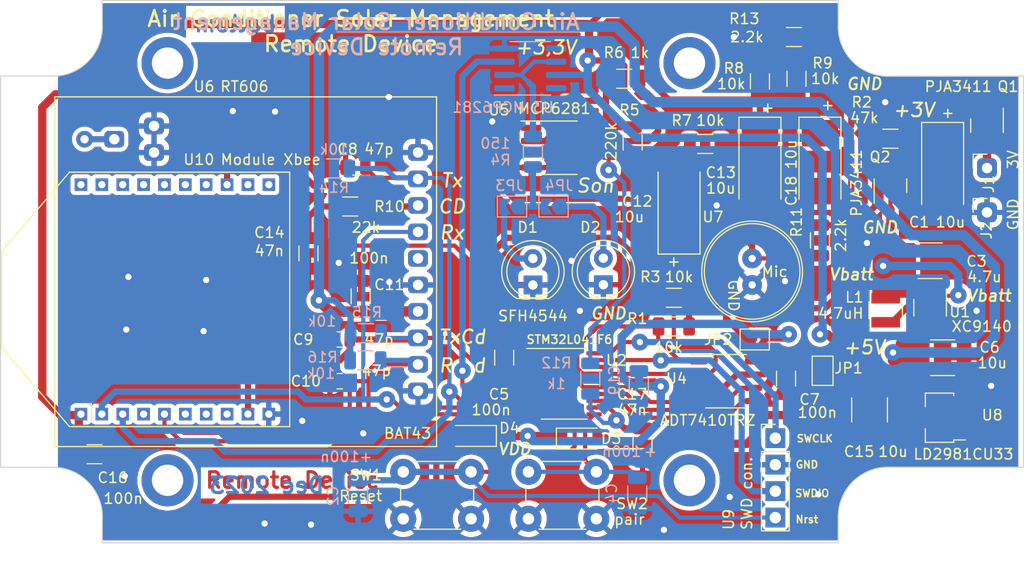
<source format=kicad_pcb>
(kicad_pcb (version 20221018) (generator pcbnew)
  (layers (0 "F.Cu" signal) (31 "B.Cu" signal) (34 "B.Paste" user) (35 "F.Paste" user) (36 "B.SilkS" user "B.Silkscreen") (37 "F.SilkS" user "F.Silkscreen") (38 "B.Mask" user) (39 "F.Mask" user) (44 "Edge.Cuts" user))
  (net 0 "")
  (net 1 "+3V0")
  (net 2 "GND")
  (net 3 "/Reset")
  (net 4 "/Vbatt")
  (net 5 "+5V")
  (net 6 "/UserBP")
  (net 7 "/DataIn")
  (net 8 "/TxCmde")
  (net 9 "/RxCmde")
  (net 10 "/MiC")
  (net 11 "/MIC_InAOP")
  (net 12 "/CarrierDetect")
  (net 13 "/VtGND")
  (net 14 "/LED_Top")
  (net 15 "/LED_Side")
  (net 16 "/SWCLK")
  (net 17 "/SWDIO")
  (net 18 "/LED")
  (net 19 "/Lx")
  (net 20 "/BoostEn")
  (net 21 "/Out_LED")
  (net 22 "/CR_AOP")
  (net 23 "/MicroPhone")
  (net 24 "/CD")
  (net 25 "/CT")
  (net 26 "/INT")
  (net 27 "/CmdeLED_IR")
  (net 28 "/DataOut")
  (net 29 "/SCL")
  (net 30 "/SDA")
  (net 38 "/Ant")
  (net 39 "/piles")
  (net 40 "VDD")
  (net 41 "/Pwr_ADT7410")
  (net 42 "+3V3")
  (net 43 "Net-(C18-Pad1)")
  (net 44 "/Son")
  (footprint "LibKiCad_PjtDeviceManagePV:SW" (layer "F.Cu") (at 64.75 110.5 180)
    (fp_text reference "SW1")
    (fp_text value "BP")
  )
  (footprint "Package_TO_SOT_SMD:SOT-23" (layer "F.Cu") (at 108.25 80.75 90)
    (fp_text reference "Q2")
    (fp_text value "PJA3411")
  )
  (footprint "Capacitor_Tantalum_SMD:CP_EIA-7132-20_AVX-U" (layer "F.Cu") (at 113.25 79 -90)
    (fp_text reference "C1")
    (fp_text value "10u")
  )
  (footprint "Jumper:SolderJumper-2_P1.3mm_Open_TrianglePad1.0x1.5mm" (layer "F.Cu") (at 95.25 95.5)
    (fp_text reference "JP2")
    (fp_text value "SolderJumper_2_Open")
  )
  (footprint "Jumper:SolderJumper-2_P1.3mm_Open_TrianglePad1.0x1.5mm" (layer "F.Cu") (at 101.75 98.5 -90)
    (fp_text reference "JP1")
    (fp_text value "SolderJumper_2_Open")
  )
  (footprint "LibKiCad_PjtDeviceManagePV:PinHeader1Pt" (layer "F.Cu") (at 117.5 79)
    (fp_text reference "J1")
    (fp_text value "pin")
  )
  (footprint "Capacitor_SMD:C_1206_3216Metric" (layer "F.Cu") (at 57.5 91.35 90)
    (fp_text reference "C11")
    (fp_text value "100n")
  )
  (footprint "Package_TO_SOT_SMD:SOT-23" (layer "F.Cu") (at 117.5 75 -90)
    (fp_text reference "Q1")
    (fp_text value "PJA3411")
  )
  (footprint "Resistor_SMD:R_1206_3216Metric" (layer "F.Cu") (at 99 66.5)
    (fp_text reference "R13")
    (fp_text value "2.2k")
  )
  (footprint "LibKiCad_INSA:XBEE-3-TH" (layer "F.Cu") (at 50.705 103.855 90)
    (fp_text reference "U10")
    (fp_text value "XBEE-3")
  )
  (footprint "Resistor_SMD:R_1206_3216Metric" (layer "F.Cu") (at 87.5 94.25 180)
    (fp_text reference "R1")
    (fp_text value "10k")
  )
  (footprint "Diode_SMD:D_SOD-123" (layer "F.Cu") (at 78.5 105)
    (fp_text reference "D3")
    (fp_text value "BAT43W-V")
  )
  (footprint "LED_THT:LED_D5.0mm_IRGrey" (layer "F.Cu") (at 80.75 90.25 90)
    (fp_text reference "D2")
    (fp_text value "SFH4544")
  )
  (footprint "Package_SO:SOIC-8_3.9x4.9mm_P1.27mm" (layer "F.Cu") (at 76.30125 77.115)
    (fp_text reference "U5")
    (fp_text value "MCP6281")
  )
  (footprint "Resistor_SMD:R_1206_3216Metric" (layer "F.Cu") (at 87.5 91.5 180)
    (fp_text reference "R3")
    (fp_text value "10k")
  )
  (footprint "Capacitor_SMD:C_1206_3216Metric" (layer "F.Cu") (at 71.25 97.25 90)
    (fp_text reference "C5")
    (fp_text value "100n")
  )
  (footprint "Capacitor_SMD:C_1206_3216Metric" (layer "F.Cu") (at 52.5 87.25 -90)
    (fp_text reference "C14")
    (fp_text value "47n")
  )
  (footprint "Inductor_SMD:L_Abracon_ASPI-3012S" (layer "F.Cu") (at 107.8 92.7 90)
    (fp_text reference "L1")
    (fp_text value "4.7u")
  )
  (footprint "Capacitor_SMD:C_1206_3216Metric" (layer "F.Cu") (at 84.5 105.5 -90)
    (fp_text reference "C17")
    (fp_text value "47n")
  )
  (footprint "Capacitor_SMD:C_0805_2012Metric" (layer "F.Cu") (at 55.5 95.5 180)
    (fp_text reference "C9")
    (fp_text value "47p")
  )
  (footprint "Capacitor_SMD:C_1206_3216Metric" (layer "F.Cu") (at 98.25 99.25 -90)
    (fp_text reference "C7")
    (fp_text value "100n")
  )
  (footprint "Capacitor_Tantalum_SMD:CP_EIA-7132-20_AVX-U" (layer "F.Cu") (at 101.5 78.5 -90)
    (fp_text reference "C18")
    (fp_text value "10u")
  )
  (footprint "LibKiCad_PjtDeviceManagePV:PinHeader1Pt" (layer "F.Cu") (at 117.5 83.25)
    (fp_text reference "J2")
    (fp_text value "pin")
  )
  (footprint "Package_SO:TSSOP-20_4.4x6.5mm_P0.65mm" (layer "F.Cu") (at 77 99.75)
    (fp_text reference "U2")
    (fp_text value "STM32L041F6Px")
  )
  (footprint "Capacitor_SMD:C_1812_4532Metric" (layer "F.Cu") (at 113.25 97.25)
    (fp_text reference "C6")
    (fp_text value "10u")
  )
  (footprint "Resistor_SMD:R_1206_3216Metric" (layer "F.Cu") (at 90.5 76.75)
    (fp_text reference "R7")
    (fp_text value "10k")
  )
  (footprint "Resistor_SMD:R_1206_3216Metric" (layer "F.Cu") (at 82.75 70.5 180)
    (fp_text reference "R6")
    (fp_text value "1k")
  )
  (footprint "Resistor_SMD:R_1206_3216Metric" (layer "F.Cu") (at 108.25 76.25 180)
    (fp_text reference "R2")
    (fp_text value "47k")
  )
  (footprint "Capacitor_SMD:C_0805_2012Metric" (layer "F.Cu") (at 57 79 180)
    (fp_text reference "C8")
    (fp_text value "47p")
  )
  (footprint "Resistor_SMD:R_1206_3216Metric" (layer "F.Cu") (at 83.55125 76.615 -90)
    (fp_text reference "R5")
    (fp_text value "220k")
  )
  (footprint "Package_SO:SOP-8_3.9x4.9mm_P1.27mm" (layer "F.Cu") (at 92.5 99.5)
    (fp_text reference "U4")
    (fp_text value "ADT7410TRZ")
  )
  (footprint "Capacitor_Tantalum_SMD:CP_EIA-7132-20_AVX-U" (layer "F.Cu") (at 88 83 90)
    (fp_text reference "C12")
    (fp_text value "10u")
  )
  (footprint "Diode_SMD:D_SOD-123" (layer "F.Cu") (at 68.25 104.75 180)
    (fp_text reference "D4")
    (fp_text value "BAT43W-V")
  )
  (footprint "Capacitor_SMD:C_1206_3216Metric" (layer "F.Cu") (at 32 106.5)
    (fp_text reference "C16")
    (fp_text value "100n")
  )
  (footprint "Resistor_SMD:R_1206_3216Metric" (layer "F.Cu") (at 99.25 70.5 90)
    (fp_text reference "R9")
    (fp_text value "10k")
  )
  (footprint "Capacitor_SMD:C_1812_4532Metric" (layer "F.Cu") (at 106.25 102.25 90)
    (fp_text reference "C15")
    (fp_text value "10u")
  )
  (footprint "Capacitor_Tantalum_SMD:CP_EIA-7132-20_AVX-U" (layer "F.Cu") (at 95.75 78.5 -90)
    (fp_text reference "C13")
    (fp_text value "10u")
  )
  (footprint "LED_THT:LED_D5.0mm_IRGrey" (layer "F.Cu") (at 74 90.275 90)
    (fp_text reference "D1")
    (fp_text value "SFH4544")
  )
  (footprint "LibKiCad_PjtDeviceManagePV:RT606" (layer "F.Cu") (at 47.5 89)
    (fp_text reference "U6")
    (fp_text value "RT606")
  )
  (footprint "LibKiCad_PjtDeviceManagePV:SW" (layer "F.Cu") (at 76.75 110.5 180)
    (fp_text reference "SW2")
    (fp_text value "BP")
  )
  (footprint "Capacitor_SMD:C_1812_4532Metric" (layer "F.Cu") (at 112.05 87.95)
    (fp_text reference "C3")
    (fp_text value "4.7u")
  )
  (footprint "Package_TO_SOT_SMD:SOT-23-5" (layer "F.Cu") (at 112.05 92.45 -90)
    (fp_text reference "U1")
    (fp_text value "XC9140")
  )
  (footprint "Capacitor_SMD:C_0805_2012Metric" (layer "F.Cu") (at 55.5 99.5 180)
    (fp_text reference "C10")
    (fp_text value "47p")
  )
  (footprint "Resistor_SMD:R_1206_3216Metric" (layer "F.Cu") (at 56.5 82.75)
    (fp_text reference "R10")
    (fp_text value "22k")
  )
  (footprint "Package_TO_SOT_SMD:SOT-89-3_Handsoldering" (layer "F.Cu") (at 113.25 103 180)
    (fp_text reference "U8")
    (fp_text value "LD2981CU33")
  )
  (footprint "Resistor_SMD:R_1206_3216Metric" (layer "F.Cu") (at 95.75 70.75 -90)
    (fp_text reference "R8")
    (fp_text value "10k")
  )
  (footprint "Resistor_SMD:R_1206_3216Metric" (layer "F.Cu") (at 101.5 86 -90)
    (fp_text reference "R11")
    (fp_text value "2.2k")
  )
  (footprint "LibKiCad_PjtDeviceManagePV:Microphone" (layer "F.Cu") (at 95 89 -90)
    (fp_text reference "U7")
    (fp_text value "Microphone")
  )
  (footprint "LibKiCad_PjtDeviceManagePV:PinHeader4pts" (layer "F.Cu") (at 97.5 107.75)
    (fp_text reference "U9")
    (fp_text value "Con_4pts")
  )
  (footprint "Jumper:SolderJumper-2_P1.3mm_Open_TrianglePad1.0x1.5mm" (layer "B.Cu") (at 72 82.75 180)
    (fp_text reference "JP3")
    (fp_text value "SolderJumper_2_Open")
  )
  (footprint "Resistor_SMD:R_1206_3216Metric" (layer "B.Cu") (at 79.5 99.25 -90)
    (fp_text reference "R12")
    (fp_text value "1k")
  )
  (footprint "Resistor_SMD:R_1206_3216Metric" (layer "B.Cu") (at 54.95 79.1)
    (fp_text reference "R14")
    (fp_text value "10k")
  )
  (footprint "Resistor_SMD:R_1206_3216Metric" (layer "B.Cu") (at 58 94.9)
    (fp_text reference "R15")
    (fp_text value "10k")
  )
  (footprint "Capacitor_SMD:C_1206_3216Metric" (layer "B.Cu") (at 84 110.25 -90)
    (fp_text reference "C4")
    (fp_text value "100n")
  )
  (footprint "Package_SO:SOIC-8_3.9x4.9mm_P1.27mm" (layer "B.Cu") (at 73.75 69.5)
    (fp_text reference "U3")
    (fp_text value "MCP6281")
  )
  (footprint "Capacitor_SMD:C_1206_3216Metric" (layer "B.Cu") (at 84.15 100 -90)
    (fp_text reference "C19")
    (fp_text value "100n")
  )
  (footprint "Jumper:SolderJumper-2_P1.3mm_Open_TrianglePad1.0x1.5mm" (layer "B.Cu") (at 75.975 82.75 180)
    (fp_text reference "JP4")
    (fp_text value "SolderJumper_2_Open")
  )
  (footprint "Resistor_SMD:R_1206_3216Metric" (layer "B.Cu") (at 74 77.5 90)
    (fp_text reference "R4")
    (fp_text value "150")
  )
  (footprint "Resistor_SMD:R_1206_3216Metric" (layer "B.Cu") (at 57.95 97.5)
    (fp_text reference "R16")
    (fp_text value "10k")
  )
  (footprint "Capacitor_SMD:C_1206_3216Metric" (layer "B.Cu") (at 57.25 110.5 -90)
    (fp_text reference "C2")
    (fp_text value "100n")
  )
  (gr_line (start 28 107.75) (end 23 107.75) (stroke (width 0.1)) (layer "Edge.Cuts"))
  (gr_line (start 103.25 112.5) (end 103.25 115) (stroke (width 0.1)) (layer "Edge.Cuts"))
  (gr_line (start 108 107.75) (end 121 107.75) (stroke (width 0.1)) (layer "Edge.Cuts"))
  (gr_line (start 32.75 63) (end 103.25 63) (stroke (width 0.1)) (layer "Edge.Cuts"))
  (gr_line (start 121 70.25) (end 121 107.75) (stroke (width 0.1)) (layer "Edge.Cuts"))
  (gr_line (start 32.75 65.5) (end 32.75 63) (stroke (width 0.1)) (layer "Edge.Cuts"))
  (gr_arc (start 103.25 112.5) (mid 104.641243 109.141243) (end 108 107.75) (stroke (width 0.1)) (layer "Edge.Cuts"))
  (gr_arc (start 28 107.75) (mid 31.358757 109.141243) (end 32.75 112.5) (stroke (width 0.1)) (layer "Edge.Cuts"))
  (gr_line (start 23 107.75) (end 23 70.25) (stroke (width 0.1)) (layer "Edge.Cuts"))
  (gr_line (start 32.75 112.5) (end 32.75 115) (stroke (width 0.1)) (layer "Edge.Cuts"))
  (gr_line (start 28 70.25) (end 23 70.25) (stroke (width 0.1)) (layer "Edge.Cuts"))
  (gr_line (start 103.256565 65.250346) (end 103.25 63) (stroke (width 0.1)) (layer "Edge.Cuts"))
  (gr_line (start 103.25 115) (end 32.75 115) (stroke (width 0.1)) (layer "Edge.Cuts"))
  (gr_arc (start 108 70.25) (mid 104.554107 68.7693) (end 103.256565 65.250346) (stroke (width 0.1)) (layer "Edge.Cuts"))
  (gr_line (start 108 70.25) (end 121 70.25) (stroke (width 0.1)) (layer "Edge.Cuts"))
  (gr_arc (start 32.75 65.5) (mid 31.358757 68.858757) (end 28 70.25) (stroke (width 0.1)) (layer "Edge.Cuts"))
  (gr_text "Top" (at 44.25 68) (layer "F.Cu") (effects (font (size 1.5 1.5) (thickness 0.3))))
  (gr_text "Remote Device" (at 51 109) (layer "F.Cu") (effects (font (size 1.5 1.5) (thickness 0.3))))
  (gr_text "bottom" (at 45.5 65.25) (layer "B.Cu") (effects (font (size 1.5 1.5) (thickness 0.3)) (justify mirror)))
  (gr_text "Dec 2023" (at 48.5 109.5) (layer "B.Cu") (effects (font (size 1.5 1.5) (thickness 0.3)) (justify mirror)))
  (gr_text "+" (at 85.25 106.25) (layer "B.SilkS") (effects (font (size 1 1)) (justify mirror)))
  (gr_text "100n" (at 55.5 106.75) (layer "B.SilkS") (effects (font (size 1 1)) (justify mirror)))
  (gr_text "100n" (at 82.5 106.25) (layer "B.SilkS") (effects (font (size 1 1)) (justify mirror)))
  (gr_text "+" (at 58 106.75) (layer "B.SilkS") (effects (font (size 1 1)) (justify mirror)))
  (gr_text "1k" (at 76.25 99.75) (layer "B.SilkS") (effects (font (size 1 1)) (justify mirror)))
  (gr_text "150" (at 70.4 76.7) (layer "B.SilkS") (effects (font (size 1 1)) (justify mirror)))
  (gr_text "MCP6281" (at 69.75 73.25) (layer "B.SilkS") (effects (font (size 1 1)) (justify mirror)))
  (gr_text "Air Conditioner Solar Management\nRemote Device" (at 59 66.25) (layer "B.SilkS") (effects (font (size 1.5 1.5) (thickness 0.25)) (justify mirror)))
  (gr_text "GND\n" (at 120 83.5 90) (layer "F.SilkS") (effects (font (size 1 1))))
  (gr_text "ADT7410TRZ" (at 90.75 103.25) (layer "F.SilkS") (effects (font (size 1 1))))
  (gr_text "47k" (at 105.75 74.25) (layer "F.SilkS") (effects (font (size 1 1))))
  (gr_text "10k" (at 91 74.5) (layer "F.SilkS") (effects (font (size 1 1))))
  (gr_text "Tx" (at 66.25 80.25) (layer "F.SilkS") (effects (font (size 1.3 1.3) (thickness 0.2) italic)))
  (gr_text "47p" (at 59.25 95.5) (layer "F.SilkS") (effects (font (size 1 1))))
  (gr_text "1k" (at 84.25 68) (layer "F.SilkS") (effects (font (size 1 1))))
  (gr_text "Air Conditioner Solar Management\nRemote Device" (at 56.55 65.95) (layer "F.SilkS") (effects (font (size 1.5 1.5) (thickness 0.25))))
  (gr_text "2.2k\n" (at 103.5 85.5 90) (layer "F.SilkS") (effects (font (size 1 1))))
  (gr_text "100n\n" (at 101.25 102.5) (layer "F.SilkS") (effects (font (size 1 1))))
  (gr_text "10k" (at 87 96.25) (layer "F.SilkS") (effects (font (size 1 1))))
  (gr_text "Reset" (at 57.5 110.5) (layer "F.SilkS") (effects (font (size 1 1))))
  (gr_text "+3,3V" (at 75.25 67.5) (layer "F.SilkS") (effects (font (size 1.3 1.3) (thickness 0.2) italic)))
  (gr_text "10k" (at 102 70.5) (layer "F.SilkS") (effects (font (size 1 1))))
  (gr_text "PJA3411" (at 105 80.5 90) (layer "F.SilkS") (effects (font (size 1 1))))
  (gr_text "MCP6281" (at 76.05125 73.365) (layer "F.SilkS") (effects (font (size 1 1))))
  (gr_text "GND" (at 81.25 93) (layer "F.SilkS") (effects (font (size 1.1 1.1) (thickness 0.2) italic)))
  (gr_text "LD2981CU33" (at 115.25 106.5) (layer "F.SilkS") (effects (font (size 1 1))))
  (gr_text "4.7u" (at 117.25 89.5) (layer "F.SilkS") (effects (font (size 1 1))))
  (gr_text "10u" (at 83.25 83.75) (layer "F.SilkS") (effects (font (size 1 1))))
  (gr_text "+" (at 102.25 73) (layer "F.SilkS") (effects (font (size 1 1))))
  (gr_text "R  d" (at 67.25 98) (layer "F.SilkS") (effects (font (size 1.3 1.3) (thickness 0.2) italic)))
  (gr_text "+" (at 87.5 88) (layer "F.SilkS") (effects (font (size 1 1))))
  (gr_text "47n" (at 83.5 102.25) (layer "F.SilkS") (effects (font (size 1 1))))
  (gr_text "SWCLK" (at 101 105) (layer "F.SilkS") (effects (font (size 0.7 0.7))))
  (gr_text "SFH4544" (at 74 93.25) (layer "F.SilkS") (effects (font (size 1 1))))
  (gr_text "22k" (at 58 84.75) (layer "F.SilkS") (effects (font (size 1 1))))
  (gr_text "10u" (at 118 97.75) (layer "F.SilkS") (effects (font (size 1 1))))
  (gr_text "Vbatt" (at 117.6995 91.3) (layer "F.SilkS") (effects (font (size 1.1 1.1) (thickness 0.2) italic)))
  (gr_text "SWDIO" (at 100.75 110.25) (layer "F.SilkS") (effects (font (size 0.7 0.7))))
  (gr_text "10u" (at 98.75 77.75 90) (layer "F.SilkS") (effects (font (size 1 1))))
  (gr_text "3V" (at 120 78.25 90) (layer "F.SilkS") (effects (font (size 1 1))))
  (gr_text "RT606 " (at 46.75 71.25) (layer "F.SilkS") (effects (font (size 1 1))))
  (gr_text "PJA3411" (at 114.75 71.25) (layer "F.SilkS") (effects (font (size 1 1))))
  (gr_text "47n" (at 48.75 87) (layer "F.SilkS") (effects (font (size 1 1))))
  (gr_text "10k" (at 93 71) (layer "F.SilkS") (effects (font (size 1 1))))
  (gr_text "220k" (at 81.5 76.5 90) (layer "F.SilkS") (effects (font (size 1 1))))
  (gr_text "2.2k\n" (at 94.5 66.5) (layer "F.SilkS") (effects (font (size 1 1))))
  (gr_text "Mic\n" (at 98.5 89) (layer "F.SilkS") (effects (font (size 1 1)) (justify right)))
  (gr_text "XC9140" (at 117 94.25) (layer "F.SilkS") (effects (font (size 1 1))))
  (gr_text "CD" (at 66.25 82.75) (layer "F.SilkS") (effects (font (size 1.3 1.3) (thickness 0.2) italic)))
  (gr_text "SWD con." (at 94.5 110.25 90) (layer "F.SilkS") (effects (font (size 1 1))))
  (gr_text "BAT43" (at 62 104.5) (layer "F.SilkS") (effects (font (size 1 1))))
  (gr_text "100n" (at 58.3 87.7) (layer "F.SilkS") (effects (font (size 1 1))))
  (gr_text "Son" (at 80 80.75) (layer "F.SilkS") (effects (font (size 1.3 1.3) (thickness 0.2) italic)))
  (gr_text "TxCd" (at 67.25 95.25) (layer "F.SilkS") (effects (font (size 1.3 1.3) (thickness 0.2) italic)))
  (gr_text "100n" (at 34.75 110.75) (layer "F.SilkS") (effects (font (size 1 1))))
  (gr_text "GND" (at 105.75 71) (layer "F.SilkS") (effects (font (size 1.1 1.1) (thickness 0.2) italic)))
  (gr_text "Vbatt" (at 104.5 89.25) (layer "F.SilkS") (effects (font (size 1.1 1.1) (thickness 0.2) italic)))
  (gr_text "Nrst" (at 100.25 112.75) (layer "F.SilkS") (effects (font (size 0.7 0.7))))
  (gr_text "+" (at 113.75 73.75) (layer "F.SilkS") (effects (font (size 1 1)) (justify mirror)))
  (gr_text "GND" (at 107.25 84.75) (layer "F.SilkS") (effects (font (size 1.1 1.1) (thickness 0.2) italic)))
  (gr_text "+5V" (at 105.75 96.25) (layer "F.SilkS") (effects (font (size 1.3 1.3) (thickness 0.2) italic)))
  (gr_text "VDD" (at 72.25 106) (layer "F.SilkS") (effects (font (size 1.1 1.1) (thickness 0.2) italic)))
  (gr_text "Rx" (at 66.25 85.25) (layer "F.SilkS") (effects (font (size 1.3 1.3) (thickness 0.2) italic)))
  (gr_text "100n" (at 70 102.25) (layer "F.SilkS") (effects (font (size 1 1))))
  (gr_text "10u" (at 108.5 106.25) (layer "F.SilkS") (effects (font (size 1 1))))
  (gr_text "10u" (at 114 84.25) (layer "F.SilkS") (effects (font (size 1 1))))
  (gr_text "+" (at 96.5 73.25) (layer "F.SilkS") (effects (font (size 1 1))))
  (gr_text "GND\n" (at 100.25 107.5) (layer "F.SilkS") (effects (font (size 0.7 0.7))))
  (gr_text "10u" (at 92 81) (layer "F.SilkS") (effects (font (size 1 1))))
  (gr_text "STM32L041F6" (at 77.5 95.5) (layer "F.SilkS") (effects (font (size 0.8 0.8))))
  (gr_text "47p" (at 59 98.5) (layer "F.SilkS") (effects (font (size 1 1))))
  (gr_text "+3V" (at 110.5 73.5) (layer "F.SilkS") (effects (font (size 1.3 1.3) (thickness 0.2) italic)))
  (gr_text "10k" (at 88 89.5) (layer "F.SilkS") (effects (font (size 1 1))))
  (gr_text "pair" (at 83.25 112.75) (layer "F.SilkS") (effects (font (size 1 1))))
  (gr_text " Module Xbee" (at 48.5 78.25) (layer "F.SilkS") (effects (font (size 1 1))))
  (gr_text "4.7uH" (at 103.5 93) (layer "F.SilkS") (effects (font (size 1 1))))
  (gr_text "47p" (at 59.25 77.25) (layer "F.SilkS") (effects (font (size 1 1))))
  (via locked (at 39 109) (size 5) (drill 3) (layers "F.Cu" "B.Cu") (net 0))
  (via locked (at 89 109) (size 5) (drill 3) (layers "F.Cu" "B.Cu") (net 0))
  (via locked (at 89 69) (size 5) (drill 3) (layers "F.Cu" "B.Cu") (net 0))
  (via locked (at 39 69) (size 5) (drill 3) (layers "F.Cu" "B.Cu") (net 0))
  (segment (start 116.55 74.0625) (end 116.55 71.7) (width 0.8) (layer "F.Cu") (net 1))
  (segment (start 80.4 105.25) (end 80.15 105) (width 0.6) (layer "F.Cu") (net 1))
  (segment (start 102 106) (end 102.75 106.75) (width 0.8) (layer "F.Cu") (net 1))
  (segment (start 118.5 106.75) (end 120 105.25) (width 0.8) (layer "F.Cu") (net 1))
  (segment (start 113.75 71.5) (end 113.25 72) (width 0.8) (layer "F.Cu") (net 1))
  (segment (start 116.55 71.7) (end 116.75 71.5) (width 0.8) (layer "F.Cu") (net 1))
  (segment (start 113.25 72) (end 113.25 76.025) (width 0.8) (layer "F.Cu") (net 1))
  (segment (start 120 105.25) (end 120 72.75) (width 0.8) (layer "F.Cu") (net 1))
  (segment (start 116.75 71.5) (end 113.75 71.5) (width 0.8) (layer "F.Cu") (net 1))
  (segment (start 100.75 102.75) (end 102 104) (width 0.8) (layer "F.Cu") (net 1))
  (segment (start 113.475 76.25) (end 109.7125 76.25) (width 1) (layer "F.Cu") (net 1))
  (segment (start 118.75 71.5) (end 116.75 71.5) (width 0.8) (layer "F.Cu") (net 1))
  (segment (start 109.7125 76.25) (end 109.7125 81.175) (width 0.8) (layer "F.Cu") (net 1))
  (segment (start 102.75 106.75) (end 118.5 106.75) (width 0.8) (layer "F.Cu") (net 1))
  (segment (start 109.7125 81.175) (end 109.2 81.6875) (width 0.6) (layer "F.Cu") (net 1))
  (segment (start 120 72.75) (end 118.75 71.5) (width 0.8) (layer "F.Cu") (net 1))
  (segment (start 95.25 103.5) (end 96 102.75) (width 0.8) (layer "F.Cu") (net 1))
  (segment (start 95.25 104.75) (end 95.25 103.5) (width 0.8) (layer "F.Cu") (net 1))
  (segment (start 94.5 105.5) (end 95.25 104.75) (width 0.8) (layer "F.Cu") (net 1))
  (segment (start 96 102.75) (end 100.75 102.75) (width 0.8) (layer "F.Cu") (net 1))
  (segment (start 81 105) (end 81.5 105.5) (width 0.8) (layer "F.Cu") (net 1))
  (segment (start 80.15 105) (end 81 105) (width 0.8) (layer "F.Cu") (net 1))
  (segment (start 102 104) (end 102 106) (width 0.8) (layer "F.Cu") (net 1))
  (segment (start 81.5 105.5) (end 94.5 105.5) (width 0.8) (layer "F.Cu") (net 1))
  (segment (start 89.875 100.135) (end 89.875 101.405) (width 0.4) (layer "F.Cu") (net 2))
  (segment (start 78.825 100.075) (end 79.8625 100.075) (width 0.4) (layer "F.Cu") (net 2))
  (segment (start 92.25 100.15) (end 89.99 100.15) (width 0.6) (layer "F.Cu") (net 2))
  (segment (start 106.25 96.5) (end 105.25 95.5) (width 0.6) (layer "F.Cu") (net 2))
  (segment (start 95.125 98.865) (end 93.635 98.865) (width 0.6) (layer "F.Cu") (net 2))
  (segment (start 71.975 90.275) (end 74 90.275) (width 0.6) (layer "F.Cu") (net 2))
  (segment (start 75.575 96.825) (end 78.825 100.075) (width 0.4) (layer "F.Cu") (net 2))
  (segment (start 105.25 95.5) (end 105.25 87) (width 0.6) (layer "F.Cu") (net 2))
  (segment (start 85.25 101.5) (end 89.78 101.5) (width 0.4) (layer "F.Cu") (net 2))
  (segment (start 83.825 100.075) (end 85.25 101.5) (width 0.4) (layer "F.Cu") (net 2))
  (segment (start 74.1375 96.1375) (end 73.75 95.75) (width 0.4) (layer "F.Cu") (net 2))
  (segment (start 93.535 98.865) (end 93.635 98.865) (width 0.6) (layer "F.Cu") (net 2))
  (segment (start 74.1375 96.825) (end 74.1375 96.1375) (width 0.4) (layer "F.Cu") (net 2))
  (segment (start 74.1375 96.825) (end 75.575 96.825) (width 0.4) (layer "F.Cu") (net 2))
  (segment (start 71.275 95.75) (end 71.25 95.775) (width 0.4) (layer "F.Cu") (net 2))
  (segment (start 71.25 91) (end 71.975 90.275) (width 0.6) (layer "F.Cu") (net 2))
  (segment (start 95.75 81.275) (end 101.5 81.275) (width 0.6) (layer "F.Cu") (net 2))
  (segment (start 89.78 101.5) (end 89.875 101.405) (width 0.4) (layer "F.Cu") (net 2))
  (segment (start 105.25 87) (end 106 86.25) (width 0.6) (layer "F.Cu") (net 2))
  (segment (start 112.05 88.7) (end 112.05 91.3125) (width 0.6) (layer "F.Cu") (net 2))
  (segment (start 106.25 100.2) (end 106.25 96.5) (width 0.6) (layer "F.Cu") (net 2))
  (segment (start 79.8625 100.075) (end 83.825 100.075) (width 0.4) (layer "F.Cu") (net 2))
  (segment (start 71.25 95.775) (end 71.25 91) (width 0.6) (layer "F.Cu") (net 2))
  (segment (start 114.1 87.95) (end 112.8 87.95) (width 0.6) (layer "F.Cu") (net 2))
  (segment (start 73.75 95.75) (end 71.275 95.75) (width 0.4) (layer "F.Cu") (net 2))
  (segment (start 92.25 100.15) (end 93.535 98.865) (width 0.6) (layer "F.Cu") (net 2))
  (segment (start 112.8 87.95) (end 112.05 88.7) (width 0.6) (layer "F.Cu") (net 2))
  (via (at 60.2 72.25) (size 1.6) (drill 0.6) (layers "F.Cu" "B.Cu") (net 2))
  (via (at 60.25 90) (size 1.6) (drill 0.6) (layers "F.Cu" "B.Cu") (net 2))
  (via (at 51.9 103.3) (size 1.6) (drill 0.6) (layers "F.Cu" "B.Cu") (net 2))
  (via (at 70.1 74.6) (size 1.6) (drill 0.6) (layers "F.Cu" "B.Cu") (net 2))
  (via (at 91.6 82.65) (size 1.6) (drill 0.6) (layers "F.Cu" "B.Cu") (net 2))
  (via (at 55.4 88.15) (size 1.6) (drill 0.6) (layers "F.Cu" "B.Cu") (net 2))
  (via (at 98.15 89.9) (size 1.6) (drill 0.6) (layers "F.Cu" "B.Cu") (net 2))
  (via (at 34.9 108.6) (size 1.6) (drill 0.6) (layers "F.Cu" "B.Cu") (net 2))
  (via (at 49.3 73.65) (size 1.6) (drill 0.6) (layers "F.Cu" "B.Cu") (net 2))
  (via (at 48.3 113.15) (size 1.6) (drill 0.6) (layers "F.Cu" "B.Cu") (net 2))
  (via (at 45.25 73.6) (size 1.6) (drill 0.6) (layers "F.Cu" "B.Cu") (net 2))
  (via (at 35.25 89.5) (size 1.6) (drill 0.6) (layers "F.Cu" "B.Cu") (net 2))
  (via (at 107.75 72.75) (size 1.6) (drill 0.6) (layers "F.Cu" "B.Cu") (net 2))
  (via (at 106 86.25) (size 1.6) (drill 0.6) (layers "F.Cu" "B.Cu") (net 2))
  (via (at 35.05 94.55) (size 1.6) (drill 0.6) (layers "F.Cu" "B.Cu") (net 2))
  (via (at 92.85 110.6) (size 1.6) (drill 0.6) (layers "F.Cu" "B.Cu") (net 2))
  (via (at 78.5 92.75) (size 1.6) (drill 0.6) (layers "F.Cu" "B.Cu") (net 2))
  (via (at 57.75 104.5) (size 1.6) (drill 0.6) (layers "F.Cu" "B.Cu") (net 2))
  (via (at 116.5 92.75) (size 1.6) (drill 0.6) (layers "F.Cu" "B.Cu") (net 2))
  (via (at 42.45 94.7) (size 1.6) (drill 0.6) (layers "F.Cu" "B.Cu") (net 2))
  (via (at 93.25 66.5) (size 1.6) (drill 0.6) (layers "F.Cu" "B.Cu") (net 2))
  (via (at 77.7 87.95) (size 1.6) (drill 0.6) (layers "F.Cu" "B.Cu") (net 2))
  (via (at 52.75 113.25) (size 1.6) (drill 0.6) (layers "F.Cu" "B.Cu") (net 2))
  (via (at 101.35 110.35) (size 1.6) (drill 0.6) (layers "F.Cu" "B.Cu") (net 2))
  (via (at 117.9 99.95) (size 1.6) (drill 0.6) (layers "F.Cu" "B.Cu") (net 2))
  (via (at 42.7 89.8) (size 1.6) (drill 0.6) (layers "F.Cu" "B.Cu") (net 2))
  (via (at 86.55 113.75) (size 1.6) (drill 0.6) (layers "F.Cu" "B.Cu") (net 2))
  (segment (start 76.025 98.775) (end 78 100.75) (width 0.4) (layer "F.Cu") (net 3))
  (segment (start 70.06 108.19) (end 68.076 108.19) (width 0.4) (layer "F.Cu") (net 3))
  (segment (start 78 100.75) (end 78 105.75) (width 0.4) (layer "F.Cu") (net 3))
  (segment (start 78 105.75) (end 77.5 106.25) (width 0.4) (layer "F.Cu") (net 3))
  (segment (start 74.1375 98.775) (end 76.025 98.775) (width 0.4) (layer "F.Cu") (net 3))
  (segment (start 77.5 106.25) (end 72 106.25) (width 0.4) (layer "F.Cu") (net 3))
  (segment (start 72 106.25) (end 70.06 108.19) (width 0.4) (layer "F.Cu") (net 3))
  (segment (start 68.076 108.826) (end 68.076 108.19) (width 0.4) (layer "B.Cu") (net 3))
  (segment (start 69.75 110.5) (end 68.076 108.826) (width 0.4) (layer "B.Cu") (net 3))
  (segment (start 61.576 108.19) (end 68.076 108.19) (width 0.6) (layer "B.Cu") (net 3))
  (segment (start 57.275 109) (end 57.25 109.025) (width 0.6) (layer "B.Cu") (net 3))
  (segment (start 97.224 112.576) (end 88.076 112.576) (width 0.4) (layer "B.Cu") (net 3))
  (segment (start 61.576 108.19) (end 60.766 109) (width 0.6) (layer "B.Cu") (net 3))
  (segment (start 88.076 112.576) (end 86 110.5) (width 0.4) (layer "B.Cu") (net 3))
  (segment (start 86 110.5) (end 69.75 110.5) (width 0.4) (layer "B.Cu") (net 3))
  (segment (start 60.766 109) (end 57.275 109) (width 0.6) (layer "B.Cu") (net 3))
  (segment (start 109.7 87.95) (end 110 87.95) (width 0.8) (layer "F.Cu") (net 4))
  (segment (start 108.25 83) (end 108.25 86.5) (width 0.8) (layer "F.Cu") (net 4))
  (segment (start 107.55 87.2) (end 107.55 88.45) (width 0.8) (layer "F.Cu") (net 4))
  (segment (start 114.6875 91.3125) (end 114.75 91.25) (width 0.4) (layer "F.Cu") (net 4))
  (segment (start 108.25 86.5) (end 107.55 87.2) (width 0.8) (layer "F.Cu") (net 4))
  (segment (start 108.25 86.5) (end 109.7 87.95) (width 0.8) (layer "F.Cu") (net 4))
  (segment (start 108.25 79.8125) (end 108.25 83) (width 0.4) (layer "F.Cu") (net 4))
  (segment (start 113 91.3125) (end 114.6875 91.3125) (width 0.4) (layer "F.Cu") (net 4))
  (via (at 107.55 88.45) (size 1.6) (drill 0.6) (layers "F.Cu" "B.Cu") (net 4))
  (via (at 114.75 91.25) (size 1.6) (drill 0.6) (layers "F.Cu" "B.Cu") (net 4))
  (segment (start 107.55 88.45) (end 113.95 88.45) (width 0.8) (layer "B.Cu") (net 4))
  (segment (start 113.95 88.45) (end 114.75 89.25) (width 0.8) (layer "B.Cu") (net 4))
  (segment (start 114.75 89.25) (end 114.75 91.25) (width 0.8) (layer "B.Cu") (net 4))
  (segment (start 110 100.5) (end 114.4 100.5) (width 1) (layer "F.Cu") (net 5))
  (segment (start 114.4 100.5) (end 115.4 101.5) (width 1) (layer "F.Cu") (net 5))
  (segment (start 57.665 92.81) (end 57.5 92.975) (width 0.6) (layer "F.Cu") (net 5))
  (segment (start 108.5 97.5) (end 109.25 98.25) (width 1) (layer "F.Cu") (net 5))
  (segment (start 57.5 92.825) (end 54.575 92.825) (width 1) (layer "F.Cu") (net 5))
  (segment (start 108.5 96.75) (end 108.5 97.5) (width 1) (layer "F.Cu") (net 5))
  (segment (start 62.994 92.81) (end 57.665 92.81) (width 1) (layer "F.Cu") (net 5))
  (segment (start 54.575 92.825) (end 53.5 91.75) (width 1) (layer "F.Cu") (net 5))
  (segment (start 109.25 98.25) (end 109.25 99.75) (width 1) (layer "F.Cu") (net 5))
  (segment (start 109.25 99.75) (end 110 100.5) (width 1) (layer "F.Cu") (net 5))
  (via (at 53.5 91.75) (size 1.6) (drill 0.6) (layers "F.Cu" "B.Cu") (net 5))
  (via (at 108.5 96.75) (size 1.6) (drill 0.6) (layers "F.Cu" "B.Cu") (net 5))
  (segment (start 55 91.75) (end 53.5 91.75) (width 0.6) (layer "B.Cu") (net 5))
  (segment (start 56.4875 94.95) (end 56.5375 94.9) (width 0.6) (layer "B.Cu") (net 5))
  (segment (start 53.5 91.75) (end 53.5 67) (width 1) (layer "B.Cu") (net 5))
  (segment (start 56.5375 93.2875) (end 55 91.75) (width 0.6) (layer "B.Cu") (net 5))
  (segment (start 82 65.5) (end 83.75 67.25) (width 1) (layer "B.Cu") (net 5))
  (segment (start 116.75 96.75) (end 108.5 96.75) (width 1) (layer "B.Cu") (net 5))
  (segment (start 118.25 88.5) (end 118.25 95.25) (width 1) (layer "B.Cu") (net 5))
  (segment (start 101.5 72.75) (end 104.25 75.5) (width 1) (layer "B.Cu") (net 5))
  (segment (start 56.5375 94.9) (end 56.5375 93.2875) (width 0.6) (layer "B.Cu") (net 5))
  (segment (start 55 65.5) (end 82 65.5) (width 1) (layer "B.Cu") (net 5))
  (segment (start 118.25 95.25) (end 116.75 96.75) (width 1) (layer "B.Cu") (net 5))
  (segment (start 83.75 71) (end 85.5 72.75) (width 1) (layer "B.Cu") (net 5))
  (segment (start 83.75 67.25) (end 83.75 71) (width 1) (layer "B.Cu") (net 5))
  (segment (start 53.5 67) (end 55 65.5) (width 1) (layer "B.Cu") (net 5))
  (segment (start 104.25 79.5) (end 110.25 85.5) (width 1) (layer "B.Cu") (net 5))
  (segment (start 104.25 75.5) (end 104.25 79.5) (width 1) (layer "B.Cu") (net 5))
  (segment (start 115.25 85.5) (end 118.25 88.5) (width 1) (layer "B.Cu") (net 5))
  (segment (start 56.4875 97.5) (end 56.4875 94.95) (width 0.6) (layer "B.Cu") (net 5))
  (segment (start 85.5 72.75) (end 101.5 72.75) (width 1) (layer "B.Cu") (net 5))
  (segment (start 110.25 85.5) (end 115.25 85.5) (width 1) (layer "B.Cu") (net 5))
  (segment (start 79 103.5375) (end 79 107.114) (width 0.4) (layer "F.Cu") (net 6))
  (segment (start 79.8625 102.675) (end 79 103.5375) (width 0.4) (layer "F.Cu") (net 6))
  (segment (start 79 107.114) (end 80.076 108.19) (width 0.4) (layer "F.Cu") (net 6))
  (segment (start 83.415 108.19) (end 84 108.775) (width 0.4) (layer "B.Cu") (net 6))
  (segment (start 80.076 108.19) (end 83.415 108.19) (width 0.4) (layer "B.Cu") (net 6))
  (segment (start 73.576 108.19) (end 80.076 108.19) (width 0.4) (layer "B.Cu") (net 6))
  (segment (start 62.884 80) (end 58.95 80) (width 0.4) (layer "F.Cu") (net 7))
  (segment (start 67.125 101.375) (end 66.25 100.5) (width 0.4) (layer "F.Cu") (net 7))
  (segment (start 66.25 100.5) (end 66 100.5) (width 0.4) (layer "F.Cu") (net 7))
  (segment (start 62.884 80) (end 62.994 80.11) (width 0.6) (layer "F.Cu") (net 7))
  (segment (start 58.95 80) (end 57.95 79) (width 0.4) (layer "F.Cu") (net 7))
  (segment (start 74.1375 101.375) (end 67.125 101.375) (width 0.4) (layer "F.Cu") (net 7))
  (via (at 66 100.5) (size 1.6) (drill 0.6) (layers "F.Cu" "B.Cu") (net 7))
  (segment (start 63.104 80) (end 62.994 80.11) (width 0.4) (layer "B.Cu") (net 7))
  (segment (start 60.8 80) (end 62.884 80) (width 0.5) (layer "B.Cu") (net 7))
  (segment (start 59.9 79.1) (end 60.8 80) (width 0.5) (layer "B.Cu") (net 7))
  (segment (start 43.5 105.25) (end 36 105.25) (width 0.6) (layer "B.Cu") (net 7))
  (segment (start 56.4125 79.1) (end 59.9 79.1) (width 0.5) (layer "B.Cu") (net 7))
  (segment (start 59 106.25) (end 44.5 106.25) (width 0.6) (layer "B.Cu") (net 7))
  (segment (start 66 80.75) (end 65.25 80) (width 0.4) (layer "B.Cu") (net 7))
  (segment (start 62.884 80) (end 62.994 80.11) (width 0.5) (layer "B.Cu") (net 7))
  (segment (start 60 105.25) (end 59 106.25) (width 0.6) (layer "B.Cu") (net 7))
  (segment (start 66 100.5) (end 66 80.75) (width 0.4) (layer "B.Cu") (net 7))
  (segment (start 66 102.5) (end 63.25 105.25) (width 0.6) (layer "B.Cu") (net 7))
  (segment (start 63.104 80) (end 65.25 80) (width 0.4) (layer "B.Cu") (net 7))
  (segment (start 63.25 105.25) (end 60 105.25) (width 0.6) (layer "B.Cu") (net 7))
  (segment (start 36 105.25) (end 34.705 103.955) (width 0.6) (layer "B.Cu") (net 7))
  (segment (start 66 100.5) (end 66 102.5) (width 0.6) (layer "B.Cu") (net 7))
  (segment (start 44.5 106.25) (end 43.5 105.25) (width 0.6) (layer "B.Cu") (net 7))
  (segment (start 34.705 103.955) (end 34.705 102.655) (width 0.6) (layer "B.Cu") (net 7))
  (segment (start 56.45 95.5) (end 62.844 95.5) (width 0.6) (layer "F.Cu") (net 8))
  (segment (start 56.45 95.5) (end 56.45 96.55) (width 0.6) (layer "F.Cu") (net 8))
  (segment (start 69.15215 99.40215) (end 69.825 100.075) (width 0.4) (layer "F.Cu") (net 8))
  (segment (start 46.705 98.545) (end 46.705 102.655) (width 0.6) (layer "F.Cu") (net 8))
  (segment (start 55.5 97.5) (end 47.75 97.5) (width 0.6) (layer "F.Cu") (net 8))
  (segment (start 47.75 97.5) (end 46.705 98.545) (width 0.6) (layer "F.Cu") (net 8))
  (segment (start 56.45 96.55) (end 55.5 97.5) (width 0.6) (layer "F.Cu") (net 8))
  (segment (start 62.844 95.5) (end 62.994 95.35) (width 0.6) (layer "F.Cu") (net 8))
  (segment (start 69.825 100.075) (end 74.1375 100.075) (width 0.4) (layer "F.Cu") (net 8))
  (segment (start 69.15215 98.5) (end 69.15215 99.40215) (width 0.4) (layer "F.Cu") (net 8))
  (segment (start 66.00215 95.35) (end 69.15215 98.5) (width 0.4) (layer "F.Cu") (net 8))
  (segment (start 62.994 95.35) (end 66.00215 95.35) (width 0.4) (layer "F.Cu") (net 8))
  (segment (start 62.994 95.35) (end 59.9125 95.35) (width 0.4) (layer "B.Cu") (net 8))
  (segment (start 59.9125 95.35) (end 59.4625 94.9) (width 0.4) (layer "B.Cu") (net 8))
  (segment (start 58.925 102.675) (end 58.25 102) (width 0.4) (layer "F.Cu") (net 9))
  (segment (start 38.705 103.705) (end 38.705 102.655) (width 0.4) (layer "F.Cu") (net 9))
  (segment (start 58.25 102) (end 58.25 98.5) (width 0.4) (layer "F.Cu") (net 9))
  (segment (start 58.25 98.5) (end 58.86 97.89) (width 0.4) (layer "F.Cu") (net 9))
  (segment (start 54.25 105.25) (end 40.25 105.25) (width 0.4) (layer "F.Cu") (net 9))
  (segment (start 56.45 99.5) (end 56.45 103.05) (width 0.4) (layer "F.Cu") (net 9))
  (segment (start 56.45 99.5) (end 58.25 99.5) (width 0.4) (layer "F.Cu") (net 9))
  (segment (start 58.86 97.89) (end 62.994 97.89) (width 0.4) (layer "F.Cu") (net 9))
  (segment (start 40.25 105.25) (end 38.705 103.705) (width 0.4) (layer "F.Cu") (net 9))
  (segment (start 56.45 103.05) (end 54.25 105.25) (width 0.4) (layer "F.Cu") (net 9))
  (segment (start 74.1375 102.675) (end 58.925 102.675) (width 0.4) (layer "F.Cu") (net 9))
  (segment (start 62.604 97.5) (end 62.994 97.89) (width 0.5) (layer "B.Cu") (net 9))
  (segment (start 59.4125 97.5) (end 62.604 97.5) (width 0.5) (layer "B.Cu") (net 9))
  (segment (start 95 86.5) (end 95 87.73) (width 0.6) (layer "F.Cu") (net 10))
  (segment (start 88 85.775) (end 94.275 85.775) (width 0.6) (layer "F.Cu") (net 10))
  (segment (start 95 87.73) (end 100.98 87.73) (width 0.4) (layer "F.Cu") (net 10))
  (segment (start 94.275 85.775) (end 95 86.5) (width 0.6) (layer "F.Cu") (net 10))
  (segment (start 85.5 82) (end 72.218125 82) (width 0.6) (layer "F.Cu") (net 11))
  (segment (start 87.275 80.225) (end 85.5 82) (width 0.6) (layer "F.Cu") (net 11))
  (segment (start 88.0375 80.1875) (end 88.0375 77.75) (width 0.6) (layer "F.Cu") (net 11))
  (segment (start 72.16625 77.75) (end 73.82625 77.75) (width 0.6) (layer "F.Cu") (net 11))
  (segment (start 71.30125 78.615) (end 72.16625 77.75) (width 0.6) (layer "F.Cu") (net 11))
  (segment (start 88.0375 77.75) (end 89.0375 76.75) (width 0.6) (layer "F.Cu") (net 11))
  (segment (start 71.30125 81.083125) (end 71.30125 78.615) (width 0.6) (layer "F.Cu") (net 11))
  (segment (start 88 80.225) (end 88.0375 80.1875) (width 0.6) (layer "F.Cu") (net 11))
  (segment (start 72.218125 82) (end 71.30125 81.083125) (width 0.6) (layer "F.Cu") (net 11))
  (segment (start 88 80.225) (end 87.275 80.225) (width 0.6) (layer "F.Cu") (net 11))
  (segment (start 52.5 83.75) (end 53.5 82.75) (width 0.6) (layer "F.Cu") (net 12))
  (segment (start 52.5 85.775) (end 52.5 83.75) (width 0.6) (layer "F.Cu") (net 12))
  (segment (start 67.75 95.75) (end 67.75 87.75) (width 0.4) (layer "F.Cu") (net 12))
  (segment (start 55 82.7875) (end 55 85.75) (width 0.4) (layer "F.Cu") (net 12))
  (segment (start 55.75 86.5) (end 66.5 86.5) (width 0.4) (layer "F.Cu") (net 12))
  (segment (start 55 85.75) (end 55.75 86.5) (width 0.4) (layer "F.Cu") (net 12))
  (segment (start 53.5 82.75) (end 55.0375 82.75) (width 0.6) (layer "F.Cu") (net 12))
  (segment (start 55.0375 82.75) (end 55 82.7875) (width 0.4) (layer "F.Cu") (net 12))
  (segment (start 72.25 97.5) (end 72.875 98.125) (width 0.4) (layer "F.Cu") (net 12))
  (segment (start 69.5 97.5) (end 67.75 95.75) (width 0.4) (layer "F.Cu") (net 12))
  (segment (start 66.5 86.5) (end 67.75 87.75) (width 0.4) (layer "F.Cu") (net 12))
  (segment (start 72.875 98.125) (end 74.1375 98.125) (width 0.4) (layer "F.Cu") (net 12))
  (segment (start 72.25 97.5) (end 69.5 97.5) (width 0.4) (layer "F.Cu") (net 12))
  (segment (start 95.75 73.5) (end 95.75 72.5) (width 0.6) (layer "F.Cu") (net 13))
  (segment (start 84.2125 70.5) (end 85 70.5) (width 0.6) (layer "F.Cu") (net 13))
  (segment (start 95.75 75.725) (end 95.75 73.5) (width 0.6) (layer "F.Cu") (net 13))
  (segment (start 87 72.5) (end 95.75 72.5) (width 0.6) (layer "F.Cu") (net 13))
  (segment (start 95.75 72.2125) (end 96 71.9625) (width 0.6) (layer "F.Cu") (net 13))
  (segment (start 96 71.9625) (end 99.25 71.9625) (width 0.6) (layer "F.Cu") (net 13))
  (segment (start 95.75 72.5) (end 95.75 72.2125) (width 0.6) (layer "F.Cu") (net 13))
  (segment (start 94.725 76.75) (end 95.75 75.725) (width 0.6) (layer "F.Cu") (net 13))
  (segment (start 85 70.5) (end 87 72.5) (width 0.6) (layer "F.Cu") (net 13))
  (segment (start 91.9625 76.75) (end 94.725 76.75) (width 0.6) (layer "F.Cu") (net 13))
  (segment (start 79.75 82.75) (end 76.2 82.75) (width 0.6) (layer "B.Cu") (net 14))
  (segment (start 80.75 83.75) (end 80.75 87.71) (width 0.6) (layer "B.Cu") (net 14))
  (segment (start 79.75 82.75) (end 80.75 83.75) (width 0.6) (layer "B.Cu") (net 14))
  (segment (start 71.25 86.5) (end 71.25 83.5) (width 0.6) (layer "B.Cu") (net 15))
  (segment (start 72.485 87.735) (end 71.25 86.5) (width 0.6) (layer "B.Cu") (net 15))
  (segment (start 74 87.735) (end 72.485 87.735) (width 0.6) (layer "B.Cu") (net 15))
  (segment (start 82.5 95.75) (end 84.25 95.75) (width 0.4) (layer "F.Cu") (net 16))
  (segment (start 81.425 96.825) (end 82.5 95.75) (width 0.4) (layer "F.Cu") (net 16))
  (segment (start 79.8625 96.825) (end 81.425 96.825) (width 0.4) (layer "F.Cu") (net 16))
  (via (at 84.25 95.75) (size 1.6) (drill 0.6) (layers "F.Cu" "B.Cu") (net 16))
  (segment (start 97.25 101) (end 97.25 104.938) (width 0.6) (layer "B.Cu") (net 16))
  (segment (start 84.25 95.75) (end 92 95.75) (width 0.6) (layer "B.Cu") (net 16))
  (segment (start 97.25 104.938) (end 97.224 104.964) (width 0.6) (layer "B.Cu") (net 16))
  (segment (start 92 95.75) (end 97.25 101) (width 0.6) (layer "B.Cu") (net 16))
  (segment (start 79.8625 97.475) (end 86.225 97.475) (width 0.4) (layer "F.Cu") (net 17))
  (segment (start 86.225 97.475) (end 86.25 97.5) (width 0.4) (layer "F.Cu") (net 17))
  (via (at 86.25 97.5) (size 1.6) (drill 0.6) (layers "F.Cu" "B.Cu") (net 17))
  (segment (start 91 97.5) (end 94 100.5) (width 0.6) (layer "B.Cu") (net 17))
  (segment (start 94 109) (end 95.044 110.044) (width 0.6) (layer "B.Cu") (net 17))
  (segment (start 95.044 110.044) (end 97.224 110.044) (width 0.6) (layer "B.Cu") (net 17))
  (segment (start 86.25 97.5) (end 91 97.5) (width 0.6) (layer "B.Cu") (net 17))
  (segment (start 94 100.5) (end 94 109) (width 0.6) (layer "B.Cu") (net 17))
  (segment (start 72.725 82.75) (end 74.25 82.75) (width 0.6) (layer "B.Cu") (net 18))
  (segment (start 74.25 82.75) (end 75.20048 82.75) (width 0.6) (layer "B.Cu") (net 18))
  (segment (start 74 78.9625) (end 74 82.5) (width 0.6) (layer "B.Cu") (net 18))
  (segment (start 74 82.5) (end 74.25 82.75) (width 0.6) (layer "B.Cu") (net 18))
  (segment (start 110.55 92.45) (end 111.55 92.45) (width 0.4) (layer "F.Cu") (net 19))
  (segment (start 108.4 93.85) (end 109.8 92.45) (width 0.6) (layer "F.Cu") (net 19))
  (segment (start 107.8 93.85) (end 108.4 93.85) (width 0.6) (layer "F.Cu") (net 19))
  (segment (start 109.8 92.45) (end 110.55 92.45) (width 0.6) (layer "F.Cu") (net 19))
  (segment (start 112.9375 93.5875) (end 113 93.5875) (width 0.6) (layer "F.Cu") (net 19))
  (segment (start 111.55 92.45) (end 111.8 92.45) (width 0.4) (layer "F.Cu") (net 19))
  (segment (start 112.05 92.7) (end 112.9375 93.5875) (width 0.6) (layer "F.Cu") (net 19))
  (segment (start 111.8 92.45) (end 112.05 92.7) (width 0.4) (layer "F.Cu") (net 19))
  (segment (start 82 85.75) (end 85.75 89.5) (width 0.6) (layer "F.Cu") (net 20))
  (segment (start 103.5 86) (end 106.7875 82.7125) (width 0.6) (layer "F.Cu") (net 20))
  (segment (start 106.7875 82.7125) (end 106.7875 76.25) (width 0.6) (layer "F.Cu") (net 20))
  (segment (start 69.25 94.15) (end 69.25 88) (width 0.6) (layer "F.Cu") (net 20))
  (segment (start 69.2 96.05) (end 69.9 96.75) (width 0.4) (layer "F.Cu") (net 20))
  (segment (start 91.25 89.5) (end 94.25 92.5) (width 0.6) (layer "F.Cu") (net 20))
  (segment (start 69.2 94.2) (end 69.2 96.05) (width 0.4) (layer "F.Cu") (net 20))
  (segment (start 72.5 96.75) (end 73.225 97.475) (width 0.4) (layer "F.Cu") (net 20))
  (segment (start 102 92.5) (end 103.5 91) (width 0.6) (layer "F.Cu") (net 20))
  (segment (start 103.5 91) (end 103.5 86) (width 0.6) (layer "F.Cu") (net 20))
  (segment (start 94.25 92.5) (end 102 92.5) (width 0.6) (layer "F.Cu") (net 20))
  (segment (start 71.5 85.75) (end 82 85.75) (width 0.6) (layer "F.Cu") (net 20))
  (segment (start 85.75 89.5) (end 91.25 89.5) (width 0.6) (layer "F.Cu") (net 20))
  (segment (start 73.225 97.475) (end 74.1375 97.475) (width 0.4) (layer "F.Cu") (net 20))
  (segment (start 69.9 96.75) (end 72.5 96.75) (width 0.4) (layer "F.Cu") (net 20))
  (segment (start 69.25 88) (end 71.5 85.75) (width 0.6) (layer "F.Cu") (net 20))
  (segment (start 74 76.0375) (end 74 71.25) (width 0.6) (layer "B.Cu") (net 21))
  (segment (start 71.275 70.135) (end 72.865 70.135) (width 0.4) (layer "B.Cu") (net 21))
  (segment (start 74.135 68.865) (end 76.225 68.865) (width 0.4) (layer "B.Cu") (net 21))
  (segment (start 73.625 70.875) (end 73.75 71) (width 0.4) (layer "B.Cu") (net 21))
  (segment (start 74 71.25) (end 73.625 70.875) (width 0.6) (layer "B.Cu") (net 21))
  (segment (start 72.875 70.125) (end 73.625 70.875) (width 0.4) (layer "B.Cu") (net 21))
  (segment (start 72.875 70.125) (end 74.135 68.865) (width 0.4) (layer "B.Cu") (net 21))
  (segment (start 72.865 70.135) (end 72.875 70.125) (width 0.4) (layer "B.Cu") (net 21))
  (segment (start 76.30125 73.365) (end 76.30125 75.365) (width 0.6) (layer "F.Cu") (net 22))
  (segment (start 83.55125 75.1525) (end 81.9025 75.1525) (width 0.6) (layer "F.Cu") (net 22))
  (segment (start 81 70.7875) (end 81.2875 70.5) (width 0.6) (layer "F.Cu") (net 22))
  (segment (start 81.9025 75.1525) (end 81 74.25) (width 0.6) (layer "F.Cu") (net 22))
  (segment (start 81 74.25) (end 81 72.5) (width 0.6) (layer "F.Cu") (net 22))
  (segment (start 76.30125 75.365) (end 75.18625 76.48) (width 0.6) (layer "F.Cu") (net 22))
  (segment (start 81 72.5) (end 81 70.7875) (width 0.6) (layer "F.Cu") (net 22))
  (segment (start 77.05125 72.615) (end 80.885 72.615) (width 0.6) (layer "F.Cu") (net 22))
  (segment (start 80.885 72.615) (end 81 72.5) (width 0.6) (layer "F.Cu") (net 22))
  (segment (start 77.05125 72.615) (end 76.30125 73.365) (width 0.6) (layer "F.Cu") (net 22))
  (segment (start 75.18625 76.48) (end 73.82625 76.48) (width 0.6) (layer "F.Cu") (net 22))
  (segment (start 79.8625 102.025) (end 81.275 102.025) (width 0.4) (layer "F.Cu") (net 23))
  (segment (start 82.775 104.025) (end 82 103.25) (width 0.6) (layer "F.Cu") (net 23))
  (segment (start 84.5 104.025) (end 82.775 104.025) (width 0.6) (layer "F.Cu") (net 23))
  (segment (start 81.275 102.025) (end 82 102.75) (width 0.4) (layer "F.Cu") (net 23))
  (segment (start 82 102.75) (end 82 103.5) (width 0.4) (layer "F.Cu") (net 23))
  (via (at 82 103.25) (size 1.6) (drill 0.6) (layers "F.Cu" "B.Cu") (net 23))
  (segment (start 79.5 100.7125) (end 79.5 102.25) (width 0.4) (layer "B.Cu") (net 23))
  (segment (start 80.75 103.5) (end 82 103.5) (width 0.4) (layer "B.Cu") (net 23))
  (segment (start 79.5 102.25) (end 80.75 103.5) (width 0.4) (layer "B.Cu") (net 23))
  (segment (start 45.5 78.25) (end 44.705 79.045) (width 0.6) (layer "F.Cu") (net 24))
  (segment (start 57.9625 82.75) (end 57.9625 81.4625) (width 0.6) (layer "F.Cu") (net 24))
  (segment (start 44.705 79.045) (end 44.705 80.655) (width 0.6) (layer "F.Cu") (net 24))
  (segment (start 53 80.75) (end 50.5 78.25) (width 0.6) (layer "F.Cu") (net 24))
  (segment (start 57.9625 81.4625) (end 57.25 80.75) (width 0.6) (layer "F.Cu") (net 24))
  (segment (start 62.894 82.75) (end 62.994 82.65) (width 0.6) (layer "F.Cu") (net 24))
  (segment (start 57.9625 82.75) (end 62.894 82.75) (width 0.6) (layer "F.Cu") (net 24))
  (segment (start 50.5 78.25) (end 45.5 78.25) (width 0.6) (layer "F.Cu") (net 24))
  (segment (start 57.25 80.75) (end 53 80.75) (width 0.6) (layer "F.Cu") (net 24))
  (segment (start 93.865 100.135) (end 95.125 100.135) (width 0.4) (layer "F.Cu") (net 25))
  (segment (start 91.75 102.25) (end 93.865 100.135) (width 0.4) (layer "F.Cu") (net 25))
  (segment (start 82.975 100.725) (end 84.5 102.25) (width 0.4) (layer "F.Cu") (net 25))
  (segment (start 84.5 102.25) (end 91.75 102.25) (width 0.4) (layer "F.Cu") (net 25))
  (segment (start 79.8625 100.725) (end 82.975 100.725) (width 0.4) (layer "F.Cu") (net 25))
  (segment (start 95.125 101.405) (end 94.095 101.405) (width 0.4) (layer "F.Cu") (net 26))
  (segment (start 92.5 103) (end 84 103) (width 0.4) (layer "F.Cu") (net 26))
  (segment (start 94.095 101.405) (end 92.5 103) (width 0.4) (layer "F.Cu") (net 26))
  (segment (start 82.375 101.375) (end 79.8625 101.375) (width 0.4) (layer "F.Cu") (net 26))
  (segment (start 84 103) (end 82.375 101.375) (width 0.4) (layer "F.Cu") (net 26))
  (segment (start 74.1375 100.725) (end 67.975 100.725) (width 0.4) (layer "F.Cu") (net 27))
  (segment (start 67.25 100) (end 67.25 98.5) (width 0.4) (layer "F.Cu") (net 27))
  (segment (start 67.975 100.725) (end 67.25 100) (width 0.4) (layer "F.Cu") (net 27))
  (via (at 67.25 98.5) (size 1.6) (drill 0.6) (layers "F.Cu" "B.Cu") (net 27))
  (segment (start 68.635 68.865) (end 71.275 68.865) (width 0.6) (layer "B.Cu") (net 27))
  (segment (start 67.25 98.5) (end 67.25 70.25) (width 0.6) (layer "B.Cu") (net 27))
  (segment (start 67.25 70.25) (end 68.635 68.865) (width 0.6) (layer "B.Cu") (net 27))
  (segment (start 74.1375 102.025) (end 61.275 102.025) (width 0.4) (layer "F.Cu") (net 28))
  (segment (start 61.275 102.025) (end 60.5 101.25) (width 0.4) (layer "F.Cu") (net 28))
  (segment (start 60.5 101.25) (end 60 101.25) (width 0.4) (layer "F.Cu") (net 28))
  (via (at 60 101.25) (size 1.6) (drill 0.6) (layers "F.Cu" "B.Cu") (net 28))
  (segment (start 58.56 85.19) (end 62.994 85.19) (width 0.4) (layer "B.Cu") (net 28))
  (segment (start 57.75 86) (end 58.56 85.19) (width 0.4) (layer "B.Cu") (net 28))
  (segment (start 51.5 100.5) (end 34 100.5) (width 0.6) (layer "B.Cu") (net 28))
  (segment (start 32.705 101.795) (end 32.705 102.655) (width 0.6) (layer "B.Cu") (net 28))
  (segment (start 52.25 101.25) (end 51.5 100.5) (width 0.6) (layer "B.Cu") (net 28))
  (segment (start 60 101.25) (end 52.25 101.25) (width 0.6) (layer "B.Cu") (net 28))
  (segment (start 57.75 101.25) (end 57.75 86) (width 0.4) (layer "B.Cu") (net 28))
  (segment (start 34 100.5) (end 32.705 101.795) (width 0.6) (layer "B.Cu") (net 28))
  (segment (start 80.25 94.25) (end 86.0375 94.25) (width 0.4) (layer "F.Cu") (net 29))
  (segment (start 79.8625 98.775) (end 78.775 98.775) (width 0.4) (layer "F.Cu") (net 29))
  (segment (start 78.775 98.775) (end 78.25 98.25) (width 0.4) (layer "F.Cu") (net 29))
  (segment (start 89.875 97.595) (end 88.095 97.595) (width 0.4) (layer "F.Cu") (net 29))
  (segment (start 78.25 96.25) (end 80.25 94.25) (width 0.4) (layer "F.Cu") (net 29))
  (segment (start 78.25 98.25) (end 78.25 96.25) (width 0.4) (layer "F.Cu") (net 29))
  (segment (start 86 94.2875) (end 86.0375 94.25) (width 0.4) (layer "F.Cu") (net 29))
  (segment (start 86 95.5) (end 86 94.2875) (width 0.4) (layer "F.Cu") (net 29))
  (segment (start 88.095 97.595) (end 86 95.5) (width 0.4) (layer "F.Cu") (net 29))
  (segment (start 91.5 98.25) (end 91.5 96.75) (width 0.4) (layer "F.Cu") (net 30))
  (segment (start 81.331916 98.800489) (end 80.656427 98.125) (width 0.4) (layer "F.Cu") (net 30))
  (segment (start 88 96.25) (end 87.5 95.75) (width 0.4) (layer "F.Cu") (net 30))
  (segment (start 87.5 92.75) (end 86.25 91.5) (width 0.4) (layer "F.Cu") (net 30))
  (segment (start 90.885 98.865) (end 91.5 98.25) (width 0.4) (layer "F.Cu") (net 30))
  (segment (start 87.5 95.75) (end 87.5 92.75) (width 0.4) (layer "F.Cu") (net 30))
  (segment (start 91 96.25) (end 88 96.25) (width 0.4) (layer "F.Cu") (net 30))
  (segment (start 89.810489 98.800489) (end 81.331916 98.800489) (width 0.4) (layer "F.Cu") (net 30))
  (segment (start 91.5 96.75) (end 91 96.25) (width 0.4) (layer "F.Cu") (net 30))
  (segment (start 89.875 98.865) (end 89.810489 98.800489) (width 0.4) (layer "F.Cu") (net 30))
  (segment (start 80.656427 98.125) (end 79.8625 98.125) (width 0.4) (layer "F.Cu") (net 30))
  (segment (start 89.875 98.865) (end 90.885 98.865) (width 0.4) (layer "F.Cu") (net 30))
  (via (at 31.05 76.3) (size 1.6) (drill 0.8) (layers "F.Cu" "B.Cu") (net 38))
  (segment (start 31.05 76.3) (end 33.894 76.3) (width 0.6) (layer "B.Cu") (net 38))
  (segment (start 117.5 79.0635) (end 117.5 75.9375) (width 0.8) (layer "F.Cu") (net 39))
  (segment (start 74.1375 99.425) (end 75.175 99.425) (width 0.4) (layer "F.Cu") (net 40))
  (segment (start 76.85 101.1) (end 76.85 105) (width 0.4) (layer "F.Cu") (net 40))
  (segment (start 76.6 104.75) (end 76.85 105) (width 0.4) (layer "F.Cu") (net 40))
  (segment (start 69.9 104.75) (end 73.5 104.75) (width 0.8) (layer "F.Cu") (net 40))
  (segment (start 79.8625 99.425) (end 85.675 99.425) (width 0.4) (layer "F.Cu") (net 40))
  (segment (start 85.675 99.425) (end 86.25 100) (width 0.4) (layer "F.Cu") (net 40))
  (segment (start 98 95.5) (end 96.5 95.5) (width 0.4) (layer "F.Cu") (net 40))
  (segment (start 75.175 99.425) (end 76.85 101.1) (width 0.4) (layer "F.Cu") (net 40))
  (segment (start 98 95.5) (end 98.5 95) (width 0.4) (layer "F.Cu") (net 40))
  (segment (start 74.1375 99.425) (end 71.95 99.425) (width 0.4) (layer "F.Cu") (net 40))
  (segment (start 71.95 99.425) (end 71.25 98.725) (width 0.4) (layer "F.Cu") (net 40))
  (segment (start 73.5 104.75) (end 76.6 104.75) (width 0.8) (layer "F.Cu") (net 40))
  (via (at 73.5 104.75) (size 1.6) (drill 0.6) (layers "F.Cu" "B.Cu") (net 40))
  (via (at 98.5 95) (size 1.6) (drill 0.6) (layers "F.Cu" "B.Cu") (net 40))
  (via (at 86.25 100) (size 1.6) (drill 0.6) (layers "F.Cu" "B.Cu") (net 40))
  (segment (start 93.75 94) (end 94.75 95) (width 0.8) (layer "B.Cu") (net 40))
  (segment (start 82.5 99) (end 82.5 95.25) (width 0.8) (layer "B.Cu") (net 40))
  (segment (start 82.5 95.25) (end 83.75 94) (width 0.8) (layer "B.Cu") (net 40))
  (segment (start 73.5 104.75) (end 74 105.25) (width 0.4) (layer "B.Cu") (net 40))
  (segment (start 86.25 103.25) (end 86.25 100) (width 0.8) (layer "B.Cu") (net 40))
  (segment (start 84.15 98.525) (end 84.15 100) (width 0.8) (layer "B.Cu") (net 40))
  (segment (start 74 105.25) (end 84.25 105.25) (width 0.8) (layer "B.Cu") (net 40))
  (segment (start 83.5 100) (end 82.5 99) (width 0.8) (layer "B.Cu") (net 40))
  (segment (start 83.75 94) (end 93.75 94) (width 0.8) (layer "B.Cu") (net 40))
  (segment (start 84.15 100) (end 83.5 100) (width 0.8) (layer "B.Cu") (net 40))
  (segment (start 94.75 95) (end 98.5 95) (width 0.8) (layer "B.Cu") (net 40))
  (segment (start 86.25 100) (end 84.15 100) (width 0.8) (layer "B.Cu") (net 40))
  (segment (start 84.25 105.25) (end 86.25 103.25) (width 0.8) (layer "B.Cu") (net 40))
  (segment (start 99.775 97.775) (end 98.25 97.775) (width 0.6) (layer "F.Cu") (net 41))
  (segment (start 92.5 93.475) (end 92.5 92.75) (width 0.6) (layer "F.Cu") (net 41))
  (segment (start 94.525 95.5) (end 92.5 93.475) (width 0.6) (layer "F.Cu") (net 41))
  (segment (start 94.525 95.5) (end 94.525 96.995) (width 0.6) (layer "F.Cu") (net 41))
  (segment (start 98.07 97.595) (end 98.25 97.775) (width 0.6) (layer "F.Cu") (net 41))
  (segment (start 94.525 96.995) (end 95.125 97.595) (width 0.6) (layer "F.Cu") (net 41))
  (segment (start 100.275 97.775) (end 99.775 97.775) (width 0.6) (layer "F.Cu") (net 41))
  (segment (start 91.25 91.5) (end 88.9625 91.5) (width 0.6) (layer "F.Cu") (net 41))
  (segment (start 88.9625 91.5) (end 88.9625 94.25) (width 0.6) (layer "F.Cu") (net 41))
  (segment (start 95.125 97.595) (end 98.07 97.595) (width 0.6) (layer "F.Cu") (net 41))
  (segment (start 92.5 92.75) (end 91.25 91.5) (width 0.6) (layer "F.Cu") (net 41))
  (segment (start 101.75 97.775) (end 100.275 97.775) (width 0.6) (layer "F.Cu") (net 41))
  (segment (start 95.7125 64.4625) (end 95.25 64) (width 0.6) (layer "F.Cu") (net 42))
  (segment (start 106.75 105.5) (end 106.25 105) (width 0.8) (layer "F.Cu") (net 42))
  (segment (start 86 74) (end 86 75.5) (width 0.6) (layer "F.Cu") (net 42))
  (segment (start 115.4 104.85) (end 114.75 105.5) (width 0.8) (layer "F.Cu") (net 42))
  (segment (start 66.6 104.9) (end 64.75 106.75) (width 0.6) (layer "F.Cu") (net 42))
  (segment (start 79.25 68.75) (end 82.25 68.75) (width 0.6) (layer "F.Cu") (net 42))
  (segment (start 42.75 65.25) (end 35.5 65.25) (width 0.8) (layer "F.Cu") (net 42))
  (segment (start 33.75 67) (end 33.75 70.75) (width 0.8) (layer "F.Cu") (net 42))
  (segment (start 79.25 65.25) (end 42.75 65.25) (width 0.8) (layer "F.Cu") (net 42))
  (segment (start 101.75 99.225) (end 101.75 99.75) (width 0.4) (layer "F.Cu") (net 42))
  (segment (start 95.7125 69.25) (end 95.75 69.2875) (width 0.6) (layer "F.Cu") (net 42))
  (segment (start 66.6 104.75) (end 66.6 104.9) (width 0.6) (layer "F.Cu") (net 42))
  (segment (start 36.25 113) (end 30.525 107.275) (width 0.6) (layer "F.Cu") (net 42))
  (segment (start 64.75 106.75) (end 64.75 109.75) (width 0.6) (layer "F.Cu") (net 42))
  (segment (start 30.705 102.655) (end 30.5 102.86) (width 0.6) (layer "F.Cu") (net 42))
  (segment (start 102.25 95) (end 101.5 95) (width 0.4) (layer "F.Cu") (net 42))
  (segment (start 28.75 102.75) (end 30.61 102.75) (width 0.8) (layer "F.Cu") (net 42))
  (segment (start 104.55 104.3) (end 106.25 104.3) (width 0.8) (layer "F.Cu") (net 42))
  (segment (start 42.5 113) (end 36.25 113) (width 0.6) (layer "F.Cu") (net 42))
  (segment (start 115.4 104.5) (end 115.4 104.85) (width 0.8) (layer "F.Cu") (net 42))
  (segment (start 79.375 68.625) (end 79.375 65.375) (width 0.8) (layer "F.Cu") (net 42))
  (segment (start 95.25 64) (end 80.75 64) (width 0.6) (layer "F.Cu") (net 42))
  (segment (start 96.7875 65.75) (end 97.5375 66.5) (width 0.6) (layer "F.Cu") (net 42))
  (segment (start 27 101) (end 28.75 102.75) (width 0.8) (layer "F.Cu") (net 42))
  (segment (start 95.7125 65.75) (end 95.7125 64.4625) (width 0.6) (layer "F.Cu") (net 42))
  (segment (start 80.75 64) (end 79.375 65.375) (width 0.6) (layer "F.Cu") (net 42))
  (segment (start 64.75 109.75) (end 63.921909 110.578091) (width 0.6) (layer "F.Cu") (net 42))
  (segment (start 35.5 65.25) (end 33.75 67) (width 0.8) (layer "F.Cu") (net 42))
  (segment (start 32.5 72) (end 28.25 72) (width 0.8) (layer "F.Cu") (net 42))
  (segment (start 30.5 106.475) (end 30.525 106.5) (width 0.6) (layer "F.Cu") (net 42))
  (segment (start 95.7125 65.75) (end 95.7125 69.25) (width 0.6) (layer "F.Cu") (net 42))
  (segment (start 95.7125 65.75) (end 96.7875 65.75) (width 0.6) (layer "F.Cu") (net 42))
  (segment (start 86 75.5) (end 85.02 76.48) (width 0.6) (layer "F.Cu") (net 42))
  (segment (start 103.5 98.75) (end 103.5 96.25) (width 0.8) (layer "F.Cu") (net 42))
  (segment (start 101.75 99.225) (end 102.475 99.225) (width 0.4) (layer "F.Cu") (net 42))
  (segment (start 101.75 101.75) (end 101.75 99.75) (width 0.8) (layer "F.Cu") (net 42))
  (segment (start 104.3 104.3) (end 101.75 101.75) (width 0.8) (layer "F.Cu") (net 42))
  (segment (start 103.5 98.75) (end 103 99.25) (width 0.8) (layer "F.Cu") (net 42))
  (segment (start 82.75 69.25) (end 82.75 72) (width 0.6) (layer "F.Cu") (net 42))
  (segment (start 30.5 102.86) (end 30.5 106.475) (width 0.8) (layer "F.Cu") (net 42))
  (segment (start 30.525 107.275) (end 30.525 106.5) (width 0.6) (layer "F.Cu") (net 42))
  (segment (start 104.55 104.3) (end 104.3 104.3) (width 0.6) (layer "F.Cu") (net 42))
  (segment (start 82.25 68.75) (end 82.75 69.25) (width 0.6) (layer "F.Cu") (net 42))
  (segment (start 79.25 68.75) (end 79.375 68.625) (width 0.8) (layer "F.Cu") (net 42))
  (segment (start 85.25 73.25) (end 86 74) (width 0.6) (layer "F.Cu") (net 42))
  (segment (start 106.25 105) (end 106.25 104.3) (width 0.8) (layer "F.Cu") (net 42))
  (segment (start 79.375 65.375) (end 79.25 65.25) (width 0.6) (layer "F.Cu") (net 42))
  (segment (start 103 99.25) (end 102.5 99.25) (width 0.8) (layer "F.Cu") (net 42))
  (segment (start 102.475 99.225) (end 102.5 99.25) (width 0.4) (layer "F.Cu") (net 42))
  (segment (start 103.5 96.25) (end 102.25 95) (width 0.8) (layer "F.Cu") (net 42))
  (segment (start 84 73.25) (end 85.25 73.25) (width 0.6) (layer "F.Cu") (net 42))
  (segment (start 33.75 70.75) (end 32.5 72) (width 0.8) (layer "F.Cu") (net 42))
  (segment (start 85.02 76.48) (end 78.77625 76.48) (width 0.6) (layer "F.Cu") (net 42))
  (segment (start 28.25 72) (end 27 73.25) (width 0.8) (layer "F.Cu") (net 42))
  (segment (start 44.921909 110.578091) (end 42.5 113) (width 0.6) (layer "F.Cu") (net 42))
  (segment (start 27 73.25) (end 27 101) (width 0.8) (layer "F.Cu") (net 42))
  (segment (start 63.921909 110.578091) (end 44.921909 110.578091) (width 0.6) (layer "F.Cu") (net 42))
  (segment (start 82.75 72) (end 84 73.25) (width 0.6) (layer "F.Cu") (net 42))
  (segment (start 30.61 102.75) (end 30.705 102.655) (width 0.6) (layer "F.Cu") (net 42))
  (segment (start 114.75 105.5) (end 106.75 105.5) (width 0.8) (layer "F.Cu") (net 42))
  (via (at 101.5 95) (size 1.6) (drill 0.6) (layers "F.Cu" "B.Cu") (net 42))
  (via (at 79.25 68.75) (size 1.6) (drill 0.6) (layers "F.Cu" "B.Cu") (net 42))
  (segment (start 101.75 77.75) (end 101.75 94.75) (width 0.8) (layer "B.Cu") (net 42))
  (segment (start 76.225 70.135) (end 79.115 70.135) (width 0.6) (layer "B.Cu") (net 42))
  (segment (start 79.25 71.5) (end 83.9 76.15) (width 0.8) (layer "B.Cu") (net 42))
  (segment (start 100.15 76.15) (end 101.75 77.75) (width 0.8) (layer "B.Cu") (net 42))
  (segment (start 101.75 94.75) (end 101.5 95) (width 0.6) (layer "B.Cu") (net 42))
  (segment (start 79.25 68.75) (end 79.25 71.5) (width 0.8) (layer "B.Cu") (net 42))
  (segment (start 83.9 76.15) (end 100.15 76.15) (width 0.8) (layer "B.Cu") (net 42))
  (segment (start 104.5 76.5) (end 103.725 75.725) (width 0.6) (layer "F.Cu") (net 43))
  (segment (start 103.725 75.725) (end 101.5 75.725) (width 0.6) (layer "F.Cu") (net 43))
  (segment (start 100.4625 66.9625) (end 101.75 68.25) (width 0.6) (layer "F.Cu") (net 43))
  (segment (start 100.4625 66.5) (end 100.4625 66.9625) (width 0.6) (layer "F.Cu") (net 43))
  (segment (start 101.75 68.25) (end 101.75 69.75) (width 0.6) (layer "F.Cu") (net 43))
  (segment (start 104.5 74.95) (end 103.725 75.725) (width 0.6) (layer "F.Cu") (net 43))
  (segment (start 104.5 83.25) (end 104.5 76.5) (width 0.6) (layer "F.Cu") (net 43))
  (segment (start 103.2125 84.5375) (end 104.5 83.25) (width 0.6) (layer "F.Cu") (net 43))
  (segment (start 104.5 72.5) (end 104.5 74.95) (width 0.6) (layer "F.Cu") (net 43))
  (segment (start 101.75 69.75) (end 104.5 72.5) (width 0.6) (layer "F.Cu") (net 43))
  (segment (start 101.5 84.5375) (end 103.2125 84.5375) (width 0.6) (layer "F.Cu") (net 43))
  (segment (start 81.25 78.25) (end 81.25 79.25) (width 0.4) (layer "F.Cu") (net 44))
  (segment (start 78.77625 77.75) (end 80.5 77.75) (width 0.4) (layer "F.Cu") (net 44))
  (segment (start 80.8275 78.0775) (end 83.55125 78.0775) (width 0.4) (layer "F.Cu") (net 44))
  (segment (start 80.5 77.75) (end 80.8275 78.0775) (width 0.4) (layer "F.Cu") (net 44))
  (via (at 81.25 79.25) (size 1.6) (drill 0.6) (layers "F.Cu" "B.Cu") (net 44))
  (segment (start 82.75 91.25) (end 82.75 80.5) (width 0.4) (layer "B.Cu") (net 44))
  (segment (start 79.5 94.5) (end 82.75 91.25) (width 0.4) (layer "B.Cu") (net 44))
  (segment (start 81.5 79.25) (end 81.25 79.25) (width 0.4) (layer "B.Cu") (net 44))
  (segment (start 79.5 97.7875) (end 79.5 94.5) (width 0.4) (layer "B.Cu") (net 44))
  (segment (start 82.75 80.5) (end 81.5 79.25) (width 0.4) (layer "B.Cu") (net 44))
  (zone (net 0) (net_name "") (layer "F.Cu") (name "Exclusion_ant") (connect_pads (clearance 0)) (min_thickness 0.254)
    (keepout (tracks allowed) (vias allowed) (pads allowed) (copperpour not_allowed) (footprints allowed))
    (fill (thermal_gap 0.508) (thermal_bridge_width 0.508))
    (polygon (pts (xy 35.5 77.5) (xy 29.5 77.5) (xy 29.5 75) (xy 35.5 75)))
  )
  (zone (net 0) (net_name "") (layer "F.Cu") (name "exclusion_uC") (connect_pads (clearance 0)) (min_thickness 0.254)
    (keepout (tracks allowed) (vias allowed) (pads allowed) (copperpour not_allowed) (footprints allowed))
    (fill (thermal_gap 0.508) (thermal_bridge_width 0.508))
    (polygon (pts (xy 94.25 104) (xy 70 104) (xy 70 93.75) (xy 94 93.75)))
  )
  (zone (net 2) (net_name "GND") (layer "F.Cu") (name "GND") (connect_pads (clearance 0.4)) (min_thickness 0.254) (fill yes (thermal_gap 0.508) (thermal_bridge_width 0.508))
    (polygon (pts (xy 120.5 114.75) (xy 28.5 114.75) (xy 28.5 63.25) (xy 120.5 63.25)))
  )
  (zone (net 2) (net_name "GND") (layer "F.Cu") (connect_pads yes (clearance 0)) (min_thickness 0.254) (fill yes (thermal_gap 0.508) (thermal_bridge_width 0.508))
    (polygon (pts (xy 115.5 89.75) (xy 112.75 89.75) (xy 112.75 85.75) (xy 115.5 85.75)))
  )
  (zone (net 0) (net_name "") (layer "F.Cu") (name "exclusion_Ind") (connect_pads (clearance 0)) (min_thickness 0.254)
    (keepout (tracks allowed) (vias allowed) (pads allowed) (copperpour not_allowed) (footprints allowed))
    (fill (thermal_gap 0.508) (thermal_bridge_width 0.508))
    (polygon (pts (xy 110 94.75) (xy 106 94.75) (xy 106 91.75) (xy 110 91.75)))
  )
  (zone (net 4) (net_name "/Vbatt") (layer "F.Cu") (priority 1) (connect_pads yes (clearance 0.4)) (min_thickness 0.254) (fill yes (thermal_gap 0.508) (thermal_bridge_width 0.508))
    (polygon (pts (xy 110.25 89.5) (xy 111 90.25) (xy 111 91.5) (xy 109.25 91.5) (xy 106.5 91.5) (xy 106.55 87.75) (xy 107.75 86.5) (xy 110.25 86.5)))
  )
  (zone (net 5) (net_name "+5V") (layer "F.Cu") (name "5V") (priority 1) (connect_pads yes (clearance 0)) (min_thickness 0.254) (fill yes (thermal_gap 0.508) (thermal_bridge_width 0.508))
    (polygon (pts (xy 112 94) (xy 112 101) (xy 109.75 101) (xy 108.75 100) (xy 108.75 95.75) (xy 109 95.5) (xy 109.75 95.5) (xy 110.25 95) (xy 110.25 94) (xy 110.75 93.5) (xy 111.5 93.5)))
  )
  (zone (net 0) (net_name "") (layer "B.Cu") (name "exclusion") (connect_pads (clearance 0)) (min_thickness 0.254)
    (keepout (tracks allowed) (vias allowed) (pads allowed) (copperpour not_allowed) (footprints allowed))
    (fill (thermal_gap 0.508) (thermal_bridge_width 0.508))
    (polygon (pts (xy 109.75 94.75) (xy 106.25 94.75) (xy 106.25 90.75) (xy 109.75 90.75)))
  )
  (zone (net 2) (net_name "GND") (layer "B.Cu") (name "GND") (connect_pads (clearance 0.4)) (min_thickness 0.254) (fill yes (thermal_gap 0.508) (thermal_bridge_width 0.508))
    (polygon (pts (xy 120.5 114.75) (xy 28.5 114.75) (xy 28.5 63.25) (xy 120.5 63.25)))
  )
)
</source>
